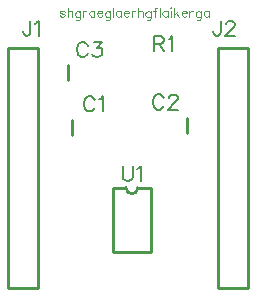
<source format=gto>
G04 DipTrace 3.1.0.0*
G04 MSPExampleSection1.gto*
%MOIN*%
G04 #@! TF.FileFunction,Legend,Top*
G04 #@! TF.Part,Single*
%ADD10C,0.009843*%
%ADD32C,0.00772*%
%ADD33C,0.004632*%
%FSLAX26Y26*%
G04*
G70*
G90*
G75*
G01*
G04 TopSilk*
%LPD*%
X618891Y924678D2*
D10*
Y975820D1*
X1001609Y982071D2*
Y930929D1*
X606391Y1105929D2*
Y1157071D1*
X504011Y1212727D2*
X404009D1*
Y412800D1*
X504011D1*
Y1212727D1*
X1103998Y412787D2*
X1204000D1*
Y1212714D1*
X1103998D1*
Y412787D1*
X755191Y748233D2*
Y535633D1*
X881163Y748233D2*
Y535633D1*
X755191D2*
X881163D1*
X755191Y748233D2*
X798488D1*
X837866D2*
X881163D1*
X798488D2*
G03X837866Y748233I19689J23D01*
G01*
X693986Y1041062D2*
D32*
X691610Y1045815D1*
X686801Y1050623D1*
X682048Y1053000D1*
X672486D1*
X667678Y1050623D1*
X662925Y1045815D1*
X660493Y1041062D1*
X658116Y1033877D1*
Y1021883D1*
X660493Y1014753D1*
X662925Y1009945D1*
X667678Y1005192D1*
X672486Y1002760D1*
X682048D1*
X686801Y1005192D1*
X691610Y1009945D1*
X693986Y1014753D1*
X709426Y1043383D2*
X714234Y1045815D1*
X721419Y1052945D1*
Y1002760D1*
X924201Y1047312D2*
X921824Y1052066D1*
X917016Y1056874D1*
X912263Y1059251D1*
X902701D1*
X897893Y1056874D1*
X893139Y1052066D1*
X890708Y1047312D1*
X888331Y1040127D1*
Y1028134D1*
X890708Y1021004D1*
X893139Y1016196D1*
X897893Y1011442D1*
X902701Y1009011D1*
X912263D1*
X917016Y1011442D1*
X921824Y1016196D1*
X924201Y1021004D1*
X942072Y1047257D2*
Y1049634D1*
X944449Y1054442D1*
X946825Y1056819D1*
X951634Y1059195D1*
X961195D1*
X965948Y1056819D1*
X968325Y1054442D1*
X970757Y1049634D1*
Y1044881D1*
X968325Y1040072D1*
X963572Y1032942D1*
X939640Y1009011D1*
X973134D1*
X670736Y1222312D2*
X668360Y1227066D1*
X663551Y1231874D1*
X658798Y1234251D1*
X649237D1*
X644428Y1231874D1*
X639675Y1227066D1*
X637243Y1222312D1*
X634866Y1215127D1*
Y1203134D1*
X637243Y1196004D1*
X639675Y1191196D1*
X644428Y1186442D1*
X649237Y1184011D1*
X658798D1*
X663551Y1186442D1*
X668360Y1191196D1*
X670736Y1196004D1*
X690984Y1234195D2*
X717237D1*
X702922Y1215072D1*
X710107D1*
X714861Y1212696D1*
X717237Y1210319D1*
X719669Y1203134D1*
Y1198381D1*
X717237Y1191196D1*
X712484Y1186387D1*
X705299Y1184011D1*
X698114D1*
X690984Y1186387D1*
X688607Y1188819D1*
X686176Y1193572D1*
X479719Y1304884D2*
Y1266638D1*
X477343Y1259453D1*
X474911Y1257076D1*
X470158Y1254644D1*
X465349D1*
X460596Y1257076D1*
X458219Y1259453D1*
X455788Y1266638D1*
Y1271391D1*
X495159Y1295268D2*
X499967Y1297699D1*
X507152Y1304829D1*
Y1254644D1*
X1114039Y1304871D2*
Y1266625D1*
X1111662Y1259440D1*
X1109230Y1257063D1*
X1104477Y1254631D1*
X1099669D1*
X1094916Y1257063D1*
X1092539Y1259440D1*
X1090107Y1266625D1*
Y1271378D1*
X1131910Y1292878D2*
Y1295254D1*
X1134287Y1300063D1*
X1136663Y1302440D1*
X1141472Y1304816D1*
X1151033D1*
X1155786Y1302440D1*
X1158163Y1300063D1*
X1160595Y1295254D1*
Y1290501D1*
X1158163Y1285693D1*
X1153410Y1278563D1*
X1129478Y1254631D1*
X1162972D1*
X892189Y1229068D2*
X913689D1*
X920874Y1231500D1*
X923306Y1233877D1*
X925683Y1238630D1*
Y1243438D1*
X923306Y1248192D1*
X920874Y1250623D1*
X913689Y1253000D1*
X892189D1*
Y1202760D1*
X908936Y1229068D2*
X925683Y1202760D1*
X941122Y1243383D2*
X945930Y1245815D1*
X953115Y1252945D1*
Y1202760D1*
X787714Y821456D2*
Y785586D1*
X790091Y778401D1*
X794899Y773648D1*
X802084Y771216D1*
X806837D1*
X814022Y773648D1*
X818831Y778401D1*
X821207Y785586D1*
Y821456D1*
X836647Y811839D2*
X841455Y814271D1*
X848640Y821401D1*
Y771216D1*
X594785Y1334282D2*
D33*
X593359Y1337167D1*
X589048Y1338593D1*
X584737D1*
X580426Y1337167D1*
X579000Y1334282D1*
X580426Y1331430D1*
X583311Y1329971D1*
X590474Y1328545D1*
X593359Y1327119D1*
X594785Y1324234D1*
Y1322808D1*
X593359Y1319956D1*
X589048Y1318497D1*
X584737D1*
X580426Y1319956D1*
X579000Y1322808D1*
X604048Y1348641D2*
Y1318497D1*
Y1332856D2*
X608359Y1337167D1*
X611244Y1338593D1*
X615555D1*
X618407Y1337167D1*
X619833Y1332856D1*
Y1318497D1*
X646308Y1337167D2*
Y1314186D1*
X644882Y1309908D1*
X643456Y1308449D1*
X640571Y1307023D1*
X636260D1*
X633408Y1308449D1*
X646308Y1332856D2*
X643456Y1335708D1*
X640571Y1337167D1*
X636260D1*
X633408Y1335708D1*
X630523Y1332856D1*
X629097Y1328545D1*
Y1325660D1*
X630523Y1321382D1*
X633408Y1318497D1*
X636260Y1317071D1*
X640571D1*
X643456Y1318497D1*
X646308Y1321382D1*
X655571Y1338593D2*
Y1318497D1*
Y1329971D2*
X657030Y1334282D1*
X659882Y1337167D1*
X662767Y1338593D1*
X667078D1*
X693553D2*
Y1318497D1*
Y1334282D2*
X690701Y1337167D1*
X687816Y1338593D1*
X683538D1*
X680653Y1337167D1*
X677801Y1334282D1*
X676342Y1329971D1*
Y1327119D1*
X677801Y1322808D1*
X680653Y1319956D1*
X683538Y1318497D1*
X687816D1*
X690701Y1319956D1*
X693553Y1322808D1*
X702816Y1329971D2*
X720027D1*
Y1332856D1*
X718601Y1335741D1*
X717175Y1337167D1*
X714290Y1338593D1*
X709979D1*
X707127Y1337167D1*
X704242Y1334282D1*
X702816Y1329971D1*
Y1327119D1*
X704242Y1322808D1*
X707127Y1319956D1*
X709979Y1318497D1*
X714290D1*
X717175Y1319956D1*
X720027Y1322808D1*
X746502Y1337167D2*
Y1314186D1*
X745076Y1309908D1*
X743650Y1308449D1*
X740765Y1307023D1*
X736454D1*
X733602Y1308449D1*
X746502Y1332856D2*
X743650Y1335708D1*
X740765Y1337167D1*
X736454D1*
X733602Y1335708D1*
X730717Y1332856D1*
X729291Y1328545D1*
Y1325660D1*
X730717Y1321382D1*
X733602Y1318497D1*
X736454Y1317071D1*
X740765D1*
X743650Y1318497D1*
X746502Y1321382D1*
X755765Y1348641D2*
Y1318497D1*
X782240Y1338593D2*
Y1318497D1*
Y1334282D2*
X779388Y1337167D1*
X776503Y1338593D1*
X772225D1*
X769340Y1337167D1*
X766488Y1334282D1*
X765029Y1329971D1*
Y1327119D1*
X766488Y1322808D1*
X769340Y1319956D1*
X772225Y1318497D1*
X776503D1*
X779388Y1319956D1*
X782240Y1322808D1*
X791503Y1329971D2*
X808714D1*
Y1332856D1*
X807288Y1335741D1*
X805862Y1337167D1*
X802977Y1338593D1*
X798666D1*
X795814Y1337167D1*
X792929Y1334282D1*
X791503Y1329971D1*
Y1327119D1*
X792929Y1322808D1*
X795814Y1319956D1*
X798666Y1318497D1*
X802977D1*
X805862Y1319956D1*
X808714Y1322808D1*
X817978Y1338593D2*
Y1318497D1*
Y1329971D2*
X819437Y1334282D1*
X822289Y1337167D1*
X825174Y1338593D1*
X829485D1*
X838748Y1348641D2*
Y1318497D1*
Y1332856D2*
X843059Y1337167D1*
X845945Y1338593D1*
X850256D1*
X853107Y1337167D1*
X854533Y1332856D1*
Y1318497D1*
X881008Y1337167D2*
Y1314186D1*
X879582Y1309908D1*
X878156Y1308449D1*
X875271Y1307023D1*
X870960D1*
X868108Y1308449D1*
X881008Y1332856D2*
X878156Y1335708D1*
X875271Y1337167D1*
X870960D1*
X868108Y1335708D1*
X865223Y1332856D1*
X863797Y1328545D1*
Y1325660D1*
X865223Y1321382D1*
X868108Y1318497D1*
X870960Y1317071D1*
X875271D1*
X878156Y1318497D1*
X881008Y1321382D1*
X901745Y1348641D2*
X898893D1*
X896008Y1347215D1*
X894582Y1342904D1*
Y1318497D1*
X890271Y1338593D2*
X900319D1*
X911009Y1348641D2*
Y1318497D1*
X937483Y1338593D2*
Y1318497D1*
Y1334282D2*
X934632Y1337167D1*
X931746Y1338593D1*
X927469D1*
X924584Y1337167D1*
X921732Y1334282D1*
X920272Y1329971D1*
Y1327119D1*
X921732Y1322808D1*
X924584Y1319956D1*
X927469Y1318497D1*
X931746D1*
X934632Y1319956D1*
X937483Y1322808D1*
X946747Y1348641D2*
X948173Y1347215D1*
X949632Y1348641D1*
X948173Y1350100D1*
X946747Y1348641D1*
X948173Y1338593D2*
Y1318497D1*
X958896Y1348641D2*
Y1318497D1*
X973255Y1338593D2*
X958896Y1324234D1*
X964633Y1329971D2*
X974681Y1318497D1*
X983944Y1329971D2*
X1001155D1*
Y1332856D1*
X999729Y1335741D1*
X998303Y1337167D1*
X995418Y1338593D1*
X991107D1*
X988255Y1337167D1*
X985370Y1334282D1*
X983944Y1329971D1*
Y1327119D1*
X985370Y1322808D1*
X988255Y1319956D1*
X991107Y1318497D1*
X995418D1*
X998303Y1319956D1*
X1001155Y1322808D1*
X1010419Y1338593D2*
Y1318497D1*
Y1329971D2*
X1011878Y1334282D1*
X1014730Y1337167D1*
X1017615Y1338593D1*
X1021926D1*
X1048400Y1337167D2*
Y1314186D1*
X1046974Y1309908D1*
X1045548Y1308449D1*
X1042663Y1307023D1*
X1038352D1*
X1035500Y1308449D1*
X1048400Y1332856D2*
X1045548Y1335708D1*
X1042663Y1337167D1*
X1038352D1*
X1035500Y1335708D1*
X1032615Y1332856D1*
X1031189Y1328545D1*
Y1325660D1*
X1032615Y1321382D1*
X1035500Y1318497D1*
X1038352Y1317071D1*
X1042663D1*
X1045548Y1318497D1*
X1048400Y1321382D1*
X1074875Y1338593D2*
Y1318497D1*
Y1334282D2*
X1072023Y1337167D1*
X1069138Y1338593D1*
X1064860D1*
X1061975Y1337167D1*
X1059123Y1334282D1*
X1057664Y1329971D1*
Y1327119D1*
X1059123Y1322808D1*
X1061975Y1319956D1*
X1064860Y1318497D1*
X1069138D1*
X1072023Y1319956D1*
X1074875Y1322808D1*
M02*

</source>
